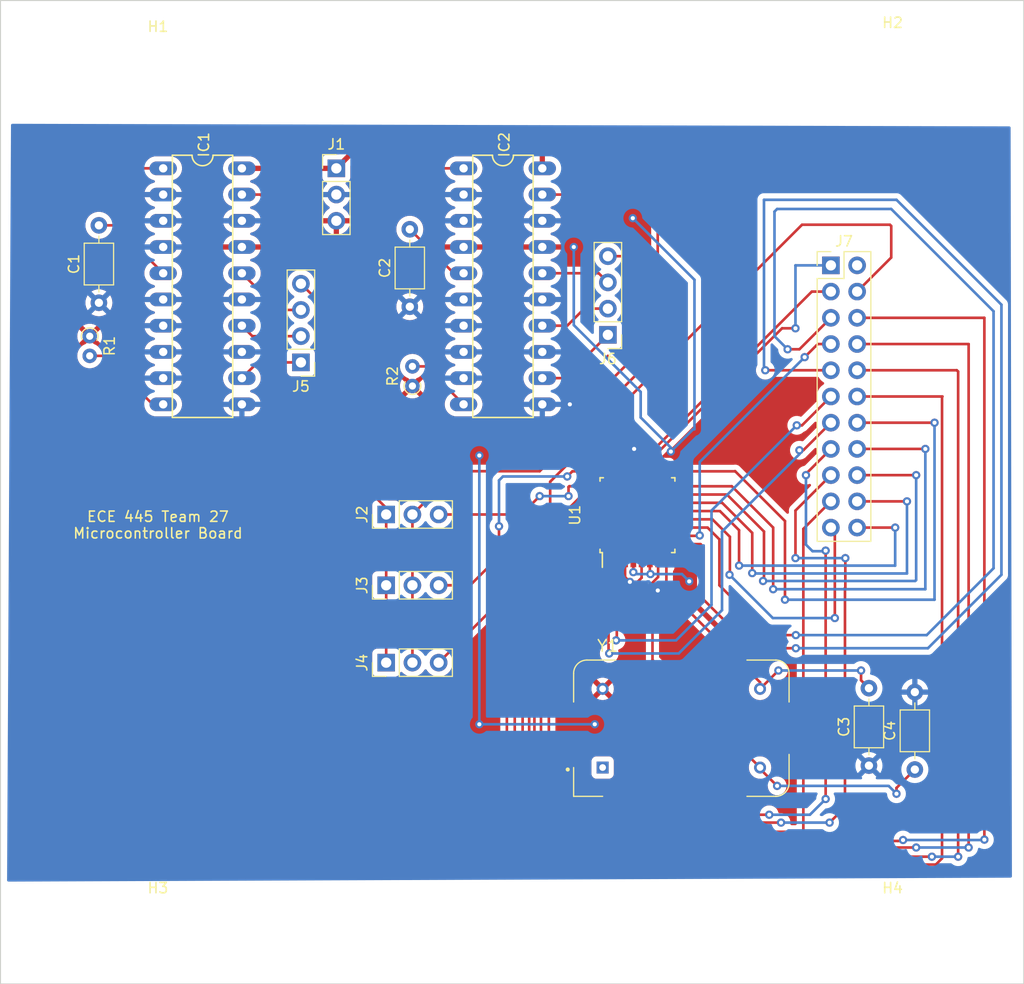
<source format=kicad_pcb>
(kicad_pcb (version 20211014) (generator pcbnew)
  (layers (0 "F.Cu" signal) (31 "B.Cu" signal) (34 "B.Paste" user) (35 "F.Paste" user) (36 "B.SilkS" user "B.Silkscreen") (37 "F.SilkS" user "F.Silkscreen") (38 "B.Mask" user) (39 "F.Mask" user) (44 "Edge.Cuts" user))
  (net 0 "")
  (net 1 "GND")
  (net 2 "Net-(C1-Pad2)")
  (net 3 "Net-(C2-Pad2)")
  (net 4 "Net-(C3-Pad2)")
  (net 5 "Net-(C4-Pad1)")
  (net 6 "Net-(IC1-Pad1)")
  (net 7 "Net-(IC1-Pad10)")
  (net 8 "Net-(IC1-Pad12)")
  (net 9 "Net-(IC1-Pad14)")
  (net 10 "Net-(IC1-Pad16)")
  (net 11 "+5V")
  (net 12 "Net-(IC1-Pad19)")
  (net 13 "-5V")
  (net 14 "Net-(IC2-Pad1)")
  (net 15 "Net-(IC2-Pad10)")
  (net 16 "Net-(IC2-Pad12)")
  (net 17 "Net-(IC2-Pad14)")
  (net 18 "Net-(IC2-Pad16)")
  (net 19 "Net-(IC2-Pad19)")
  (net 20 "Net-(J2-Pad3)")
  (net 21 "Net-(J3-Pad3)")
  (net 22 "Net-(J4-Pad3)")
  (net 23 "Net-(J7-Pad1)")
  (net 25 "Net-(J7-Pad3)")
  (net 26 "Net-(J7-Pad4)")
  (net 27 "Net-(J7-Pad5)")
  (net 28 "Net-(J7-Pad6)")
  (net 29 "Net-(J7-Pad7)")
  (net 30 "Net-(J7-Pad8)")
  (net 31 "Net-(J7-Pad9)")
  (net 32 "Net-(J7-Pad10)")
  (net 33 "Net-(J7-Pad11)")
  (net 34 "Net-(J7-Pad12)")
  (net 35 "Net-(J7-Pad13)")
  (net 36 "Net-(J7-Pad14)")
  (net 37 "Net-(J7-Pad15)")
  (net 38 "Net-(J7-Pad16)")
  (net 39 "Net-(J7-Pad17)")
  (net 40 "Net-(J7-Pad18)")
  (net 41 "Net-(J7-Pad19)")
  (net 42 "Net-(J7-Pad20)")
  (net 43 "Net-(J7-Pad21)")
  (net 44 "Net-(J7-Pad22)")
  (footprint "2.54_mm_headers:PinHeader_1x04_P2.54mm_Vertical" (layer "F.Cu") (at 151.511 67.945 180)
    (fp_text reference "J6")
    (fp_text value "Conn_01x04_Male")
  )
  (footprint "Capacitor_THT:C_Axial_L3.8mm_D2.6mm_P7.50mm_Horizontal" (layer "F.Cu") (at 102.235 64.837 90)
    (fp_text reference "C1")
    (fp_text value "3300pF")
  )
  (footprint "ECS-100AX-073:OSC_ECS-100AX-073" (layer "F.Cu") (at 158.623 106.045)
    (fp_text reference "Y1")
    (fp_text value "ECS-100AX-073")
  )
  (footprint "Resistor_THT:R_Axial_DIN0204_L3.6mm_D1.6mm_P1.90mm_Vertical" (layer "F.Cu") (at 132.588 72.898 90)
    (fp_text reference "R2")
    (fp_text value "49K")
  )
  (footprint "2.54_mm_headers:PinHeader_1x03_P2.54mm_Vertical" (layer "F.Cu") (at 130.048 85.344 90)
    (fp_text reference "J2")
    (fp_text value "Conn_01x03_Male")
  )
  (footprint "MountingHole:MountingHole_3.2mm_M3" (layer "F.Cu") (at 107.95 125.73)
    (fp_text reference "H3")
    (fp_text value "MountingHole")
  )
  (footprint "Resistor_THT:R_Axial_DIN0204_L3.6mm_D1.6mm_P1.90mm_Vertical" (layer "F.Cu") (at 101.346 68.077 -90)
    (fp_text reference "R1")
    (fp_text value "49K")
  )
  (footprint "MountingHole:MountingHole_3.2mm_M3" (layer "F.Cu") (at 179.07 125.73)
    (fp_text reference "H4")
    (fp_text value "MountingHole")
  )
  (footprint "MAX038:DIL20" (layer "F.Cu") (at 112.268 63.246 -90)
    (fp_text reference "IC1")
    (fp_text value "MAX038*")
  )
  (footprint "MAX038:DIL20" (layer "F.Cu") (at 141.351 63.246 -90)
    (fp_text reference "IC2")
    (fp_text value "MAX038*")
  )
  (footprint "MountingHole:MountingHole_3.2mm_M3" (layer "F.Cu") (at 107.95 42.291)
    (fp_text reference "H1")
    (fp_text value "MountingHole")
  )
  (footprint "2.54_mm_headers:PinHeader_1x04_P2.54mm_Vertical" (layer "F.Cu") (at 121.793 70.612 180)
    (fp_text reference "J5")
    (fp_text value "Conn_01x04_Male")
  )
  (footprint "Capacitor_THT:C_Axial_L3.8mm_D2.6mm_P7.50mm_Horizontal" (layer "F.Cu") (at 181.229 110.049 90)
    (fp_text reference "C4")
    (fp_text value "22pF")
  )
  (footprint "MountingHole:MountingHole_3.2mm_M3" (layer "F.Cu") (at 179.07 41.91)
    (fp_text reference "H2")
    (fp_text value "MountingHole")
  )
  (footprint "2.54_mm_headers:PinHeader_1x03_P2.54mm_Vertical" (layer "F.Cu") (at 130.048 92.202 90)
    (fp_text reference "J3")
    (fp_text value "Conn_01x03_Male")
  )
  (footprint "Package_QFP:TQFP-32_7x7mm_P0.8mm" (layer "F.Cu") (at 154.375 85.412 90)
    (fp_text reference "U1")
    (fp_text value "ATmega328P-A")
  )
  (footprint "Capacitor_THT:C_Axial_L3.8mm_D2.6mm_P7.50mm_Horizontal" (layer "F.Cu") (at 132.334 65.218 90)
    (fp_text reference "C2")
    (fp_text value "3300pF")
  )
  (footprint "2.54_mm_headers:PinHeader_2x11_P2.54mm_Vertical" (layer "F.Cu") (at 173.101 61.214)
    (fp_text reference "J7")
    (fp_text value "Conn_02x11_Odd_Even")
  )
  (footprint "Capacitor_THT:C_Axial_L3.8mm_D2.6mm_P7.50mm_Horizontal" (layer "F.Cu") (at 176.784 109.668 90)
    (fp_text reference "C3")
    (fp_text value "22pF")
  )
  (footprint "2.54_mm_headers:PinHeader_1x03_P2.54mm_Vertical" (layer "F.Cu") (at 130.048 99.695 90)
    (fp_text reference "J4")
    (fp_text value "Conn_01x03_Male")
  )
  (footprint "2.54_mm_headers:PinHeader_1x03_P2.54mm_Vertical" (layer "F.Cu") (at 125.222 51.816)
    (fp_text reference "J1")
    (fp_text value "Conn_01x03_Male")
  )
  (gr_rect (start 92.71 35.56) (end 191.77 130.81) (layer "Edge.Cuts") (width 0.1) (fill none))
  (gr_text "ECE 445 Team 27\nMicrocontroller Board" (at 107.95 86.36) (layer "F.SilkS") (effects (font (size 1 1))))
  (segment (start 151.638 70.104) (end 151.511 69.977) (width 0.254) (layer "F.Cu") (net 0))
  (segment (start 136.398 64.516) (end 137.541 64.516) (width 0.254) (layer "F.Cu") (net 1))
  (segment (start 153.640191 91.871524) (end 154.381476 91.871524) (width 0.254) (layer "F.Cu") (net 1))
  (segment (start 153.640191 91.871524) (end 153.175 91.406333) (width 0.254) (layer "F.Cu") (net 1))
  (segment (start 154.775 91.478) (end 154.775 89.662) (width 0.254) (layer "F.Cu") (net 1))
  (segment (start 154.051 81.086) (end 153.975 81.162) (width 0.254) (layer "F.Cu") (net 1))
  (segment (start 154.051 78.994) (end 154.051 81.086) (width 0.254) (layer "F.Cu") (net 1))
  (segment (start 154.381476 91.871524) (end 154.775 91.478) (width 0.254) (layer "F.Cu") (net 1))
  (segment (start 153.175 91.406333) (end 153.175 89.662) (width 0.254) (layer "F.Cu") (net 1))
  (segment (start 107.442 59.436) (end 108.458 59.436) (width 0.254) (layer "F.Cu") (net 1))
  (segment (start 145.161 74.676) (end 147.828 74.676) (width 0.254) (layer "F.Cu") (net 1))
  (via (at 147.828 74.676) (size 0.8) (drill 0.4) (layers "F.Cu" "B.Cu") (net 1))
  (via (at 154.051 78.994) (size 0.8) (drill 0.4) (layers "F.Cu" "B.Cu") (net 1))
  (via (at 153.640191 91.871524) (size 0.8) (drill 0.4) (layers "F.Cu" "B.Cu") (net 1))
  (via (at 156.342714 92.704286) (size 0.8) (drill 0.4) (layers "F.Cu" "B.Cu") (net 1))
  (segment (start 155.303627 91.871524) (end 155.331854 91.843297) (width 0.254) (layer "B.Cu") (net 1))
  (segment (start 152.146 78.994) (end 152.781 78.994) (width 0.254) (layer "B.Cu") (net 1))
  (segment (start 152.781 78.994) (end 154.051 78.994) (width 0.254) (layer "B.Cu") (net 1))
  (segment (start 155.481725 91.843297) (end 156.342714 92.704286) (width 0.254) (layer "B.Cu") (net 1))
  (segment (start 147.828 74.676) (end 152.146 78.994) (width 0.254) (layer "B.Cu") (net 1))
  (segment (start 155.331854 91.843297) (end 155.481725 91.843297) (width 0.254) (layer "B.Cu") (net 1))
  (segment (start 153.640191 91.871524) (end 155.303627 91.871524) (width 0.254) (layer "B.Cu") (net 1))
  (segment (start 103.819 57.337) (end 108.458 61.976) (width 0.25) (layer "F.Cu") (net 2))
  (segment (start 102.235 57.337) (end 103.819 57.337) (width 0.25) (layer "F.Cu") (net 2))
  (segment (start 136.592 61.976) (end 137.541 61.976) (width 0.25) (layer "F.Cu") (net 3))
  (segment (start 132.334 57.718) (end 136.592 61.976) (width 0.25) (layer "F.Cu") (net 3))
  (segment (start 157.175 92.532) (end 157.175 89.662) (width 0.254) (layer "F.Cu") (net 4))
  (segment (start 157.861 93.218) (end 157.175 92.532) (width 0.254) (layer "F.Cu") (net 4))
  (segment (start 166.243 101.6) (end 157.861 93.218) (width 0.254) (layer "F.Cu") (net 4))
  (segment (start 166.243 102.235) (end 166.243 101.6) (width 0.254) (layer "F.Cu") (net 4))
  (segment (start 176.022 100.457) (end 176.022 101.406) (width 0.254) (layer "F.Cu") (net 4))
  (segment (start 166.243 102.235) (end 168.021 100.457) (width 0.254) (layer "F.Cu") (net 4))
  (segment (start 176.022 101.406) (end 176.784 102.168) (width 0.254) (layer "F.Cu") (net 4))
  (via (at 176.022 100.457) (size 0.8) (drill 0.4) (layers "F.Cu" "B.Cu") (net 4))
  (via (at 168.021 100.457) (size 0.8) (drill 0.4) (layers "F.Cu" "B.Cu") (net 4))
  (segment (start 168.021 100.457) (end 176.022 100.457) (width 0.254) (layer "B.Cu") (net 4))
  (segment (start 166.243 109.982) (end 167.894 111.633) (width 0.254) (layer "F.Cu") (net 5))
  (segment (start 155.829 93.98) (end 155.829 99.441) (width 0.254) (layer "F.Cu") (net 5))
  (segment (start 156.375 91.402) (end 155.321 92.456) (width 0.254) (layer "F.Cu") (net 5))
  (segment (start 166.243 109.855) (end 166.243 109.982) (width 0.254) (layer "F.Cu") (net 5))
  (segment (start 156.375 89.662) (end 156.375 91.402) (width 0.254) (layer "F.Cu") (net 5))
  (segment (start 179.451 111.827) (end 181.229 110.049) (width 0.254) (layer "F.Cu") (net 5))
  (segment (start 155.321 93.472) (end 155.829 93.98) (width 0.254) (layer "F.Cu") (net 5))
  (segment (start 179.451 112.395) (end 179.451 111.827) (width 0.254) (layer "F.Cu") (net 5))
  (segment (start 155.829 99.441) (end 166.243 109.855) (width 0.254) (layer "F.Cu") (net 5))
  (segment (start 155.321 92.456) (end 155.321 93.472) (width 0.254) (layer "F.Cu") (net 5))
  (via (at 179.451 112.395) (size 0.8) (drill 0.4) (layers "F.Cu" "B.Cu") (net 5))
  (via (at 167.894 111.633) (size 0.8) (drill 0.4) (layers "F.Cu" "B.Cu") (net 5))
  (segment (start 167.894 111.633) (end 178.689 111.633) (width 0.254) (layer "B.Cu") (net 5))
  (segment (start 178.689 111.633) (end 179.451 112.395) (width 0.254) (layer "B.Cu") (net 5))
  (segment (start 104.267 51.816) (end 108.458 51.816) (width 0.254) (layer "F.Cu") (net 6))
  (segment (start 104.775 77.597) (end 96.647 69.469) (width 0.254) (layer "F.Cu") (net 6))
  (segment (start 96.647 59.436) (end 104.267 51.816) (width 0.254) (layer "F.Cu") (net 6))
  (segment (start 121.793 62.992) (end 124.333 65.532) (width 0.254) (layer "F.Cu") (net 6))
  (segment (start 124.333 65.532) (end 124.333 77.597) (width 0.254) (layer "F.Cu") (net 6))
  (segment (start 96.647 69.469) (end 96.647 59.436) (width 0.254) (layer "F.Cu") (net 6))
  (segment (start 124.333 77.597) (end 104.775 77.597) (width 0.254) (layer "F.Cu") (net 6))
  (segment (start 101.346 69.977) (end 102.743 69.977) (width 0.25) (layer "F.Cu") (net 7))
  (segment (start 108.061 74.676) (end 108.458 74.676) (width 0.254) (layer "F.Cu") (net 7))
  (segment (start 102.743 69.977) (end 107.442 74.676) (width 0.25) (layer "F.Cu") (net 7))
  (segment (start 107.442 74.676) (end 108.458 74.676) (width 0.25) (layer "F.Cu") (net 7))
  (segment (start 117.602 70.612) (end 116.078 72.136) (width 0.254) (layer "F.Cu") (net 8))
  (segment (start 121.793 70.612) (end 117.602 70.612) (width 0.254) (layer "F.Cu") (net 8))
  (segment (start 117.094 68.072) (end 116.078 67.056) (width 0.254) (layer "F.Cu") (net 9))
  (segment (start 121.793 68.072) (end 117.094 68.072) (width 0.254) (layer "F.Cu") (net 9))
  (segment (start 121.793 65.532) (end 119.634 65.532) (width 0.254) (layer "F.Cu") (net 10))
  (segment (start 119.634 65.532) (end 116.078 61.976) (width 0.254) (layer "F.Cu") (net 10))
  (segment (start 157.360978 79.248) (end 156.375 80.233978) (width 0.254) (layer "F.Cu") (net 11))
  (segment (start 145.161 59.436) (end 148.209 59.436) (width 0.254) (layer "F.Cu") (net 11))
  (segment (start 155.575 89.662) (end 155.575 91.059) (width 0.254) (layer "F.Cu") (net 11))
  (segment (start 153.975 89.662) (end 153.975 90.929766) (width 0.254) (layer "F.Cu") (net 11))
  (segment (start 155.575 91.059) (end 155.632786 91.116786) (width 0.254) (layer "F.Cu") (net 11))
  (segment (start 156.375 80.233978) (end 156.375 81.162) (width 0.254) (layer "F.Cu") (net 11))
  (segment (start 157.607 79.248) (end 157.360978 79.248) (width 0.254) (layer "F.Cu") (net 11))
  (via (at 148.209 59.436) (size 0.8) (drill 0.4) (layers "F.Cu" "B.Cu") (net 11))
  (via (at 159.385 91.821) (size 0.8) (drill 0.4) (layers "F.Cu" "B.Cu") (net 11))
  (via (at 139.065 105.664) (size 0.8) (drill 0.4) (layers "F.Cu" "B.Cu") (net 11))
  (via (at 150.241 105.664) (size 0.8) (drill 0.4) (layers "F.Cu" "B.Cu") (net 11))
  (via (at 139.065 79.629) (size 0.8) (drill 0.4) (layers "F.Cu" "B.Cu") (net 11))
  (via (at 153.924 56.642) (size 0.8) (drill 0.4) (layers "F.Cu" "B.Cu") (net 11))
  (via (at 155.632786 91.116786) (size 0.8) (drill 0.4) (layers "F.Cu" "B.Cu") (net 11))
  (via (at 157.607 79.248) (size 0.8) (drill 0.4) (layers "F.Cu" "B.Cu") (net 11))
  (via (at 153.975 90.929766) (size 0.8) (drill 0.4) (layers "F.Cu" "B.Cu") (net 11))
  (segment (start 159.893 62.611) (end 153.924 56.642) (width 0.254) (layer "B.Cu") (net 11))
  (segment (start 159.385 91.821) (end 158.680786 91.116786) (width 0.254) (layer "B.Cu") (net 11))
  (segment (start 148.209 66.996022) (end 148.209 59.436) (width 0.254) (layer "B.Cu") (net 11))
  (segment (start 139.065 105.664) (end 150.241 105.664) (width 0.254) (layer "B.Cu") (net 11))
  (segment (start 159.766 77.089) (end 157.607 79.248) (width 0.254) (layer "B.Cu") (net 11))
  (segment (start 157.607 78.867) (end 154.686 75.946) (width 0.254) (layer "B.Cu") (net 11))
  (segment (start 154.686 73.473022) (end 148.209 66.996022) (width 0.254) (layer "B.Cu") (net 11))
  (segment (start 155.632786 91.116786) (end 154.16202 91.116786) (width 0.254) (layer "B.Cu") (net 11))
  (segment (start 159.893 77.089) (end 159.893 62.611) (width 0.254) (layer "B.Cu") (net 11))
  (segment (start 158.680786 91.116786) (end 155.632786 91.116786) (width 0.254) (layer "B.Cu") (net 11))
  (segment (start 159.893 77.089) (end 159.766 77.089) (width 0.254) (layer "B.Cu") (net 11))
  (segment (start 154.16202 91.116786) (end 153.975 90.929766) (width 0.254) (layer "B.Cu") (net 11))
  (segment (start 139.065 105.664) (end 139.065 79.629) (width 0.254) (layer "B.Cu") (net 11))
  (segment (start 154.686 75.946) (end 154.686 73.473022) (width 0.254) (layer "B.Cu") (net 11))
  (segment (start 157.607 79.248) (end 157.607 78.867) (width 0.254) (layer "B.Cu") (net 11))
  (segment (start 127.254 81.915) (end 130.048 84.709) (width 0.254) (layer "F.Cu") (net 12))
  (segment (start 130.048 84.709) (end 130.048 85.344) (width 0.254) (layer "F.Cu") (net 12))
  (segment (start 116.078 54.356) (end 117.856 54.356) (width 0.254) (layer "F.Cu") (net 12))
  (segment (start 130.048 92.202) (end 130.048 99.695) (width 0.254) (layer "F.Cu") (net 12))
  (segment (start 117.856 54.356) (end 127.254 63.754) (width 0.254) (layer "F.Cu") (net 12))
  (segment (start 127.254 63.754) (end 127.254 81.915) (width 0.254) (layer "F.Cu") (net 12))
  (segment (start 130.048 85.344) (end 130.048 92.202) (width 0.254) (layer "F.Cu") (net 12))
  (segment (start 116.078 51.816) (end 125.222 51.816) (width 0.508) (layer "F.Cu") (net 13))
  (segment (start 145.161 48.895) (end 145.161 51.816) (width 0.508) (layer "F.Cu") (net 13))
  (segment (start 128.143 48.895) (end 145.161 48.895) (width 0.508) (layer "F.Cu") (net 13))
  (segment (start 125.222 51.816) (end 128.143 48.895) (width 0.508) (layer "F.Cu") (net 13))
  (segment (start 155.067 60.325) (end 151.511 60.325) (width 0.254) (layer "F.Cu") (net 14))
  (segment (start 129.413 75.692) (end 131.699 77.978) (width 0.254) (layer "F.Cu") (net 14))
  (segment (start 129.413 51.816) (end 129.413 75.692) (width 0.254) (layer "F.Cu") (net 14))
  (segment (start 137.541 51.816) (end 129.413 51.816) (width 0.254) (layer "F.Cu") (net 14))
  (segment (start 146.177 77.978) (end 155.067 69.088) (width 0.254) (layer "F.Cu") (net 14))
  (segment (start 131.699 77.978) (end 146.177 77.978) (width 0.254) (layer "F.Cu") (net 14))
  (segment (start 155.067 69.088) (end 155.067 60.325) (width 0.254) (layer "F.Cu") (net 14))
  (segment (start 133.863 70.998) (end 137.541 74.676) (width 0.25) (layer "F.Cu") (net 15))
  (segment (start 132.588 70.998) (end 133.863 70.998) (width 0.25) (layer "F.Cu") (net 15))
  (segment (start 147.32 72.136) (end 151.511 67.945) (width 0.254) (layer "F.Cu") (net 16))
  (segment (start 145.161 72.136) (end 147.32 72.136) (width 0.254) (layer "F.Cu") (net 16))
  (segment (start 147.574 67.056) (end 149.225 65.405) (width 0.254) (layer "F.Cu") (net 17))
  (segment (start 145.161 67.056) (end 147.574 67.056) (width 0.254) (layer "F.Cu") (net 17))
  (segment (start 149.225 65.405) (end 151.511 65.405) (width 0.254) (layer "F.Cu") (net 17))
  (segment (start 145.161 61.976) (end 150.622 61.976) (width 0.254) (layer "F.Cu") (net 18))
  (segment (start 150.622 61.976) (end 151.511 62.865) (width 0.254) (layer "F.Cu") (net 18))
  (segment (start 156.337 54.356) (end 156.337 69.723) (width 0.254) (layer "F.Cu") (net 19))
  (segment (start 136.779 81.153) (end 132.588 85.344) (width 0.254) (layer "F.Cu") (net 19))
  (segment (start 132.588 92.202) (end 132.588 99.695) (width 0.254) (layer "F.Cu") (net 19))
  (segment (start 144.907 81.153) (end 136.779 81.153) (width 0.254) (layer "F.Cu") (net 19))
  (segment (start 145.161 54.356) (end 156.337 54.356) (width 0.254) (layer "F.Cu") (net 19))
  (segment (start 156.337 69.723) (end 144.907 81.153) (width 0.254) (layer "F.Cu") (net 19))
  (segment (start 132.588 85.344) (end 132.588 92.202) (width 0.254) (layer "F.Cu") (net 19))
  (segment (start 135.128 85.344) (end 143.129 85.344) (width 0.254) (layer "F.Cu") (net 20))
  (segment (start 147.701 82.677) (end 147.766 82.612) (width 0.254) (layer "F.Cu") (net 20))
  (segment (start 147.701 83.566) (end 147.701 82.677) (width 0.254) (layer "F.Cu") (net 20))
  (segment (start 143.129 85.344) (end 144.907 83.566) (width 0.254) (layer "F.Cu") (net 20))
  (segment (start 147.766 82.612) (end 150.125 82.612) (width 0.254) (layer "F.Cu") (net 20))
  (via (at 144.907 83.566) (size 0.8) (drill 0.4) (layers "F.Cu" "B.Cu") (net 20))
  (via (at 147.701 83.566) (size 0.8) (drill 0.4) (layers "F.Cu" "B.Cu") (net 20))
  (segment (start 144.907 83.566) (end 147.701 83.566) (width 0.254) (layer "B.Cu") (net 20))
  (segment (start 147.574 81.661) (end 148.073 81.162) (width 0.254) (layer "F.Cu") (net 21))
  (segment (start 140.97 89.408) (end 138.176 92.202) (width 0.254) (layer "F.Cu") (net 21))
  (segment (start 140.97 86.487) (end 140.97 89.408) (width 0.254) (layer "F.Cu") (net 21))
  (segment (start 148.073 81.162) (end 151.575 81.162) (width 0.254) (layer "F.Cu") (net 21))
  (segment (start 138.176 92.202) (end 135.128 92.202) (width 0.254) (layer "F.Cu") (net 21))
  (via (at 140.97 86.487) (size 0.8) (drill 0.4) (layers "F.Cu" "B.Cu") (net 21))
  (via (at 147.574 81.661) (size 0.8) (drill 0.4) (layers "F.Cu" "B.Cu") (net 21))
  (segment (start 140.97 86.487) (end 140.97 82.042) (width 0.254) (layer "B.Cu") (net 21))
  (segment (start 140.97 82.042) (end 141.351 81.661) (width 0.254) (layer "B.Cu") (net 21))
  (segment (start 141.351 81.661) (end 147.574 81.661) (width 0.254) (layer "B.Cu") (net 21))
  (segment (start 135.128 99.695) (end 142.3035 92.5195) (width 0.254) (layer "F.Cu") (net 22))
  (segment (start 152.019 79.629) (end 152.375 79.985) (width 0.254) (layer "F.Cu") (net 22))
  (segment (start 148.463 79.629) (end 152.019 79.629) (width 0.254) (layer "F.Cu") (net 22))
  (segment (start 142.367 86.36) (end 142.3035 86.4235) (width 0.254) (layer "F.Cu") (net 22))
  (segment (start 144.653 86.36) (end 142.367 86.36) (width 0.254) (layer "F.Cu") (net 22))
  (segment (start 142.3035 86.4235) (end 142.3035 92.5195) (width 0.254) (layer "F.Cu") (net 22))
  (segment (start 145.923 82.169) (end 148.463 79.629) (width 0.254) (layer "F.Cu") (net 22))
  (segment (start 145.923 82.169) (end 145.923 85.09) (width 0.254) (layer "F.Cu") (net 22))
  (segment (start 145.923 85.09) (end 144.653 86.36) (width 0.254) (layer "F.Cu") (net 22))
  (segment (start 152.375 79.985) (end 152.375 81.162) (width 0.254) (layer "F.Cu") (net 22))
  (segment (start 155.575 81.162) (end 155.575 80.108) (width 0.254) (layer "F.Cu") (net 23))
  (segment (start 168.373 67.31) (end 169.672 67.31) (width 0.254) (layer "F.Cu") (net 23))
  (segment (start 155.575 80.108) (end 168.373 67.31) (width 0.254) (layer "F.Cu") (net 23))
  (via (at 169.672 67.31) (size 0.8) (drill 0.4) (layers "F.Cu" "B.Cu") (net 23))
  (segment (start 169.672 67.31) (end 169.672 61.214) (width 0.254) (layer "B.Cu") (net 23))
  (segment (start 169.672 61.214) (end 173.101 61.214) (width 0.254) (layer "B.Cu") (net 23))
  (segment (start 154.775 81.162) (end 154.775 80.233978) (width 0.254) (layer "F.Cu") (net 25))
  (segment (start 154.775 80.233978) (end 171.254978 63.754) (width 0.254) (layer "F.Cu") (net 25))
  (segment (start 171.254978 63.754) (end 173.101 63.754) (width 0.254) (layer "F.Cu") (net 25))
  (segment (start 153.175 74.409) (end 170.307 57.277) (width 0.254) (layer "F.Cu") (net 26))
  (segment (start 170.307 57.277) (end 178.816 57.277) (width 0.254) (layer "F.Cu") (net 26))
  (segment (start 178.816 57.277) (end 178.943 57.404) (width 0.254) (layer "F.Cu") (net 26))
  (segment (start 178.943 57.404) (end 178.943 60.452) (width 0.254) (layer "F.Cu") (net 26))
  (segment (start 178.943 60.452) (end 175.641 63.754) (width 0.254) (layer "F.Cu") (net 26))
  (segment (start 153.175 81.162) (end 153.175 74.409) (width 0.254) (layer "F.Cu") (net 26))
  (segment (start 167.132 97.028) (end 169.7075 97.028) (width 0.254) (layer "F.Cu") (net 27))
  (segment (start 158.625 86.612) (end 161.161 86.612) (width 0.254) (layer "F.Cu") (net 27))
  (segment (start 162.306 87.757) (end 162.306 92.202) (width 0.254) (layer "F.Cu") (net 27))
  (segment (start 170.053 69.342) (end 173.101 66.294) (width 0.254) (layer "F.Cu") (net 27))
  (segment (start 161.161 86.612) (end 162.306 87.757) (width 0.254) (layer "F.Cu") (net 27))
  (segment (start 162.306 92.202) (end 167.132 97.028) (width 0.254) (layer "F.Cu") (net 27))
  (segment (start 168.91 69.342) (end 170.053 69.342) (width 0.254) (layer "F.Cu") (net 27))
  (via (at 169.7075 97.028) (size 0.8) (drill 0.4) (layers "F.Cu" "B.Cu") (net 27))
  (via (at 168.91 69.342) (size 0.8) (drill 0.4) (layers "F.Cu" "B.Cu") (net 27))
  (segment (start 178.943 55.753) (end 167.894 55.753) (width 0.254) (layer "B.Cu") (net 27))
  (segment (start 188.849 90.551) (end 188.849 65.659) (width 0.254) (layer "B.Cu") (net 27))
  (segment (start 167.894 55.753) (end 167.64 56.007) (width 0.254) (layer "B.Cu") (net 27))
  (segment (start 167.64 56.007) (end 167.64 68.072) (width 0.254) (layer "B.Cu") (net 27))
  (segment (start 188.849 65.659) (end 178.943 55.753) (width 0.254) (layer "B.Cu") (net 27))
  (segment (start 169.7075 97.028) (end 182.372 97.028) (width 0.254) (layer "B.Cu") (net 27))
  (segment (start 182.372 97.028) (end 188.849 90.551) (width 0.254) (layer "B.Cu") (net 27))
  (segment (start 167.64 68.072) (end 168.91 69.342) (width 0.254) (layer "B.Cu") (net 27))
  (segment (start 187.96 116.84) (end 187.96 66.294) (width 0.254) (layer "F.Cu") (net 28))
  (segment (start 150.125 85.812) (end 149.011 85.812) (width 0.254) (layer "F.Cu") (net 28))
  (segment (start 144.272 93.98) (end 143.891 94.361) (width 0.254) (layer "F.Cu") (net 28))
  (segment (start 187.96 66.294) (end 175.641 66.294) (width 0.254) (layer "F.Cu") (net 28))
  (segment (start 149.011 85.812) (end 144.272 90.551) (width 0.254) (layer "F.Cu") (net 28))
  (segment (start 143.891 94.361) (end 143.891 114.173) (width 0.254) (layer "F.Cu") (net 28))
  (segment (start 143.891 114.173) (end 143.891 114.3) (width 0.254) (layer "F.Cu") (net 28))
  (segment (start 143.891 114.3) (end 146.558 116.967) (width 0.254) (layer "F.Cu") (net 28))
  (segment (start 146.558 116.967) (end 179.578 116.967) (width 0.254) (layer "F.Cu") (net 28))
  (segment (start 144.272 90.551) (end 144.272 93.98) (width 0.254) (layer "F.Cu") (net 28))
  (segment (start 179.9945 116.967) (end 180.086 116.8755) (width 0.254) (layer "F.Cu") (net 28))
  (segment (start 179.578 116.967) (end 179.9945 116.967) (width 0.254) (layer "F.Cu") (net 28))
  (via (at 187.96 116.84) (size 0.8) (drill 0.4) (layers "F.Cu" "B.Cu") (net 28))
  (via (at 180.086 116.8755) (size 0.8) (drill 0.4) (layers "F.Cu" "B.Cu") (net 28))
  (segment (start 187.9245 116.8755) (end 187.96 116.84) (width 0.254) (layer "B.Cu") (net 28))
  (segment (start 180.086 116.8755) (end 187.9245 116.8755) (width 0.254) (layer "B.Cu") (net 28))
  (segment (start 171.831 68.834) (end 173.101 68.834) (width 0.254) (layer "F.Cu") (net 29))
  (segment (start 160.365 87.412) (end 160.401 87.376) (width 0.254) (layer "F.Cu") (net 29))
  (segment (start 170.561 70.104) (end 171.831 68.834) (width 0.254) (layer "F.Cu") (net 29))
  (segment (start 158.625 87.412) (end 160.365 87.412) (width 0.254) (layer "F.Cu") (net 29))
  (via (at 170.561 70.104) (size 0.8) (drill 0.4) (layers "F.Cu" "B.Cu") (net 29))
  (via (at 160.401 87.376) (size 0.8) (drill 0.4) (layers "F.Cu" "B.Cu") (net 29))
  (segment (start 160.401 87.376) (end 160.401 80.264) (width 0.254) (layer "B.Cu") (net 29))
  (segment (start 160.401 80.264) (end 170.561 70.104) (width 0.254) (layer "B.Cu") (net 29))
  (segment (start 143.256 94.107) (end 143.256 114.554) (width 0.254) (layer "F.Cu") (net 30))
  (segment (start 186.436 68.834) (end 175.641 68.834) (width 0.254) (layer "F.Cu") (net 30))
  (segment (start 146.304 117.602) (end 181.356 117.602) (width 0.254) (layer "F.Cu") (net 30))
  (segment (start 143.256 114.554) (end 146.304 117.602) (width 0.254) (layer "F.Cu") (net 30))
  (segment (start 143.66406 90.260314) (end 143.66406 93.69894) (width 0.254) (layer "F.Cu") (net 30))
  (segment (start 143.66406 93.69894) (end 143.256 94.107) (width 0.254) (layer "F.Cu") (net 30))
  (segment (start 150.125 85.012) (end 148.912374 85.012) (width 0.254) (layer "F.Cu") (net 30))
  (segment (start 186.436 117.602) (end 186.436 68.834) (width 0.254) (layer "F.Cu") (net 30))
  (segment (start 148.912374 85.012) (end 143.66406 90.260314) (width 0.254) (layer "F.Cu") (net 30))
  (via (at 186.436 117.602) (size 0.8) (drill 0.4) (layers "F.Cu" "B.Cu") (net 30))
  (via (at 181.356 117.602) (size 0.8) (drill 0.4) (layers "F.Cu" "B.Cu") (net 30))
  (segment (start 181.356 117.602) (end 186.436 117.602) (width 0.254) (layer "B.Cu") (net 30))
  (segment (start 165.481 98.298) (end 169.7075 98.298) (width 0.254) (layer "F.Cu") (net 31))
  (segment (start 166.751 71.374) (end 173.101 71.374) (width 0.254) (layer "F.Cu") (net 31))
  (segment (start 160.475 88.212) (end 160.528 88.265) (width 0.254) (layer "F.Cu") (net 31))
  (segment (start 158.625 88.212) (end 160.475 88.212) (width 0.254) (layer "F.Cu") (net 31))
  (segment (start 160.782 88.519) (end 160.782 93.599) (width 0.254) (layer "F.Cu") (net 31))
  (segment (start 160.528 88.265) (end 160.782 88.519) (width 0.254) (layer "F.Cu") (net 31))
  (segment (start 160.782 93.599) (end 165.481 98.298) (width 0.254) (layer "F.Cu") (net 31))
  (via (at 169.7075 98.298) (size 0.8) (drill 0.4) (layers "F.Cu" "B.Cu") (net 31))
  (via (at 166.751 71.374) (size 0.8) (drill 0.4) (layers "F.Cu" "B.Cu") (net 31))
  (segment (start 179.451 54.864) (end 166.624 54.864) (width 0.254) (layer "B.Cu") (net 31))
  (segment (start 182.499 98.298) (end 189.611 91.186) (width 0.254) (layer "B.Cu") (net 31))
  (segment (start 189.611 91.186) (end 189.611 65.024) (width 0.254) (layer "B.Cu") (net 31))
  (segment (start 166.624 54.864) (end 166.624 71.247) (width 0.254) (layer "B.Cu") (net 31))
  (segment (start 166.624 71.247) (end 166.751 71.374) (width 0.254) (layer "B.Cu") (net 31))
  (segment (start 169.7075 98.298) (end 182.499 98.298) (width 0.254) (layer "B.Cu") (net 31))
  (segment (start 189.611 65.024) (end 179.451 54.864) (width 0.254) (layer "B.Cu") (net 31))
  (segment (start 149.071 84.212) (end 150.125 84.212) (width 0.254) (layer "F.Cu") (net 32))
  (segment (start 143.21054 93.13646) (end 143.21054 90.07246) (width 0.254) (layer "F.Cu") (net 32))
  (segment (start 146.05 118.491) (end 142.494 114.935) (width 0.254) (layer "F.Cu") (net 32))
  (segment (start 185.293 71.374) (end 175.641 71.374) (width 0.254) (layer "F.Cu") (net 32))
  (segment (start 182.88 118.491) (end 146.05 118.491) (width 0.254) (layer "F.Cu") (net 32))
  (segment (start 143.21054 90.07246) (end 149.071 84.212) (width 0.254) (layer "F.Cu") (net 32))
  (segment (start 185.42 118.491) (end 185.42 71.501) (width 0.254) (layer "F.Cu") (net 32))
  (segment (start 142.494 93.853) (end 143.21054 93.13646) (width 0.254) (layer "F.Cu") (net 32))
  (segment (start 185.42 71.501) (end 185.293 71.374) (width 0.254) (layer "F.Cu") (net 32))
  (segment (start 142.494 114.935) (end 142.494 93.853) (width 0.254) (layer "F.Cu") (net 32))
  (via (at 185.42 118.491) (size 0.8) (drill 0.4) (layers "F.Cu" "B.Cu") (net 32))
  (via (at 182.88 118.491) (size 0.8) (drill 0.4) (layers "F.Cu" "B.Cu") (net 32))
  (segment (start 182.88 118.491) (end 185.42 118.491) (width 0.254) (layer "B.Cu") (net 32))
  (segment (start 170.307 76.708) (end 173.101 73.914) (width 0.254) (layer "F.Cu") (net 33))
  (segment (start 169.799 76.708) (end 170.307 76.708) (width 0.254) (layer "F.Cu") (net 33))
  (segment (start 152.375 97.4625) (end 152.3015 97.536) (width 0.254) (layer "F.Cu") (net 33))
  (segment (start 152.375 89.662) (end 152.375 97.4625) (width 0.254) (layer "F.Cu") (net 33))
  (via (at 152.3015 97.536) (size 0.8) (drill 0.4) (layers "F.Cu" "B.Cu") (net 33))
  (via (at 169.799 76.708) (size 0.8) (drill 0.4) (layers "F.Cu" "B.Cu") (net 33))
  (segment (start 158.115 97.536) (end 161.544 94.107) (width 0.254) (layer "B.Cu") (net 33))
  (segment (start 152.3015 97.536) (end 158.115 97.536) (width 0.254) (layer "B.Cu") (net 33))
  (segment (start 161.544 85.725) (end 161.544 84.963) (width 0.254) (layer "B.Cu") (net 33))
  (segment (start 161.544 94.107) (end 161.544 85.725) (width 0.254) (layer "B.Cu") (net 33))
  (segment (start 161.544 84.963) (end 169.799 76.708) (width 0.254) (layer "B.Cu") (net 33))
  (segment (start 150.125 83.412) (end 149.071 83.412) (width 0.254) (layer "F.Cu") (net 34))
  (segment (start 149.071 83.412) (end 142.75702 89.72598) (width 0.254) (layer "F.Cu") (net 34))
  (segment (start 183.896 73.914) (end 175.641 73.914) (width 0.254) (layer "F.Cu") (net 34))
  (segment (start 183.261 119.253) (end 183.860511 118.653489) (width 0.254) (layer "F.Cu") (net 34))
  (segment (start 183.860511 73.949489) (end 183.896 73.914) (width 0.254) (layer "F.Cu") (net 34))
  (segment (start 183.860511 118.653489) (end 183.860511 73.949489) (width 0.254) (layer "F.Cu") (net 34))
  (segment (start 142.75702 89.72598) (end 142.75702 92.707354) (width 0.254) (layer "F.Cu") (net 34))
  (segment (start 141.732 115.57) (end 145.415 119.253) (width 0.254) (layer "F.Cu") (net 34))
  (segment (start 145.415 119.253) (end 183.261 119.253) (width 0.254) (layer "F.Cu") (net 34))
  (segment (start 142.75702 92.707354) (end 141.732 93.732374) (width 0.254) (layer "F.Cu") (net 34))
  (segment (start 141.732 93.732374) (end 141.732 115.57) (width 0.254) (layer "F.Cu") (net 34))
  (segment (start 170.053 79.121) (end 170.434 79.121) (width 0.254) (layer "F.Cu") (net 35))
  (segment (start 170.434 79.121) (end 173.101 76.454) (width 0.254) (layer "F.Cu") (net 35))
  (segment (start 151.575 89.662) (end 151.575 98.743) (width 0.254) (layer "F.Cu") (net 35))
  (segment (start 151.575 98.743) (end 151.638 98.806) (width 0.254) (layer "F.Cu") (net 35))
  (via (at 170.053 79.121) (size 0.8) (drill 0.4) (layers "F.Cu" "B.Cu") (net 35))
  (via (at 151.638 98.806) (size 0.8) (drill 0.4) (layers "F.Cu" "B.Cu") (net 35))
  (segment (start 158.369 98.806) (end 162.56 94.615) (width 0.254) (layer "B.Cu") (net 35))
  (segment (start 162.56 86.995) (end 170.053 79.502) (width 0.254) (layer "B.Cu") (net 35))
  (segment (start 162.56 94.615) (end 162.56 86.995) (width 0.254) (layer "B.Cu") (net 35))
  (segment (start 170.053 79.502) (end 170.053 79.121) (width 0.254) (layer "B.Cu") (net 35))
  (segment (start 151.638 98.806) (end 158.369 98.806) (width 0.254) (layer "B.Cu") (net 35))
  (segment (start 163.83 81.153) (end 163.821 81.162) (width 0.254) (layer "F.Cu") (net 36))
  (segment (start 175.641 76.454) (end 183.134 76.454) (width 0.254) (layer "F.Cu") (net 36))
  (segment (start 163.821 81.162) (end 157.175 81.162) (width 0.254) (layer "F.Cu") (net 36))
  (segment (start 168.656 85.979) (end 163.83 81.153) (width 0.254) (layer "F.Cu") (net 36))
  (segment (start 168.656 93.599) (end 168.656 85.979) (width 0.254) (layer "F.Cu") (net 36))
  (via (at 183.134 76.454) (size 0.8) (drill 0.4) (layers "F.Cu" "B.Cu") (net 36))
  (via (at 168.656 93.599) (size 0.8) (drill 0.4) (layers "F.Cu" "B.Cu") (net 36))
  (segment (start 183.134 76.454) (end 183.134 93.599) (width 0.254) (layer "B.Cu") (net 36))
  (segment (start 183.134 93.599) (end 168.656 93.599) (width 0.254) (layer "B.Cu") (net 36))
  (segment (start 146.304 92.033) (end 146.304 92.202) (width 0.254) (layer "F.Cu") (net 37))
  (segment (start 146.304 92.202) (end 146.304 94.488) (width 0.254) (layer "F.Cu") (net 37))
  (segment (start 146.304 94.615) (end 145.796 95.123) (width 0.254) (layer "F.Cu") (net 37))
  (segment (start 150.125 88.212) (end 146.304 92.033) (width 0.254) (layer "F.Cu") (net 37))
  (segment (start 172.593 112.903) (end 172.593 88.844) (width 0.254) (layer "F.Cu") (net 37))
  (segment (start 145.796 112.776) (end 147.447 114.427) (width 0.254) (layer "F.Cu") (net 37))
  (segment (start 170.688 81.407) (end 173.101 78.994) (width 0.254) (layer "F.Cu") (net 37))
  (segment (start 145.796 95.123) (end 145.796 112.776) (width 0.254) (layer "F.Cu") (net 37))
  (segment (start 146.304 94.488) (end 146.304 94.615) (width 0.254) (layer "F.Cu") (net 37))
  (segment (start 170.688 81.534) (end 170.688 81.407) (width 0.254) (layer "F.Cu") (net 37))
  (segment (start 147.447 114.427) (end 167.132 114.427) (width 0.254) (layer "F.Cu") (net 37))
  (via (at 167.132 114.427) (size 0.8) (drill 0.4) (layers "F.Cu" "B.Cu") (net 37))
  (via (at 170.688 81.534) (size 0.8) (drill 0.4) (layers "F.Cu" "B.Cu") (net 37))
  (via (at 172.593 112.903) (size 0.8) (drill 0.4) (layers "F.Cu" "B.Cu") (net 37))
  (via (at 172.593 88.844) (size 0.8) (drill 0.4) (layers "F.Cu" "B.Cu") (net 37))
  (segment (start 171.069 114.427) (end 172.593 112.903) (width 0.254) (layer "B.Cu") (net 37))
  (segment (start 167.132 114.427) (end 171.069 114.427) (width 0.254) (layer "B.Cu") (net 37))
  (segment (start 170.688 88.265) (end 170.688 81.534) (width 0.254) (layer "B.Cu") (net 37))
  (segment (start 172.537 88.9) (end 171.323 88.9) (width 0.254) (layer "B.Cu") (net 37))
  (segment (start 171.323 88.9) (end 170.688 88.265) (width 0.254) (layer "B.Cu") (net 37))
  (segment (start 172.593 88.844) (end 172.537 88.9) (width 0.254) (layer "B.Cu") (net 37))
  (segment (start 167.513 86.614) (end 163.511 82.612) (width 0.254) (layer "F.Cu") (net 38))
  (segment (start 175.641 78.994) (end 182.245 78.994) (width 0.254) (layer "F.Cu") (net 38))
  (segment (start 163.511 82.612) (end 158.625 82.612) (width 0.254) (layer "F.Cu") (net 38))
  (segment (start 167.513 92.583) (end 167.513 86.614) (width 0.254) (layer "F.Cu") (net 38))
  (via (at 167.513 92.583) (size 0.8) (drill 0.4) (layers "F.Cu" "B.Cu") (net 38))
  (via (at 182.245 78.994) (size 0.8) (drill 0.4) (layers "F.Cu" "B.Cu") (net 38))
  (segment (start 182.245 92.583) (end 167.513 92.583) (width 0.254) (layer "B.Cu") (net 38))
  (segment (start 167.513 92.583) (end 167.259 92.583) (width 0.254) (layer "B.Cu") (net 38))
  (segment (start 182.245 92.583) (end 182.245 78.994) (width 0.254) (layer "B.Cu") (net 38))
  (segment (start 145.669 90.939978) (end 145.669 94.361) (width 0.254) (layer "F.Cu") (net 39))
  (segment (start 145.034 94.996) (end 145.034 113.284) (width 0.254) (layer "F.Cu") (net 39))
  (segment (start 146.939 115.189) (end 168.275 115.189) (width 0.254) (layer "F.Cu") (net 39))
  (segment (start 169.672 84.963) (end 173.101 81.534) (width 0.254) (layer "F.Cu") (net 39))
  (segment (start 145.669 94.361) (end 145.034 94.996) (width 0.254) (layer "F.Cu") (net 39))
  (segment (start 145.034 113.284) (end 146.939 115.189) (width 0.254) (layer "F.Cu") (net 39))
  (segment (start 174.464489 113.698511) (end 172.974 115.189) (width 0.254) (layer "F.Cu") (net 39))
  (segment (start 174.498 92.424478) (end 174.464489 92.457989) (width 0.254) (layer "F.Cu") (net 39))
  (segment (start 169.672 89.5705) (end 169.672 84.963) (width 0.254) (layer "F.Cu") (net 39))
  (segment (start 174.464489 92.457989) (end 174.464489 113.698511) (width 0.254) (layer "F.Cu") (net 39))
  (segment (start 150.125 87.412) (end 149.196978 87.412) (width 0.254) (layer "F.Cu") (net 39))
  (segment (start 149.196978 87.412) (end 145.669 90.939978) (width 0.254) (layer "F.Cu") (net 39))
  (segment (start 174.498 89.5705) (end 174.498 92.424478) (width 0.254) (layer "F.Cu") (net 39))
  (via (at 169.672 89.5705) (size 0.8) (drill 0.4) (layers "F.Cu" "B.Cu") (net 39))
  (via (at 174.498 89.5705) (size 0.8) (drill 0.4) (layers "F.Cu" "B.Cu") (net 39))
  (via (at 172.974 115.189) (size 0.8) (drill 0.4) (layers "F.Cu" "B.Cu") (net 39))
  (via (at 168.275 115.189) (size 0.8) (drill 0.4) (layers "F.Cu" "B.Cu") (net 39))
  (segment (start 168.275 115.189) (end 172.974 115.189) (width 0.254) (layer "B.Cu") (net 39))
  (segment (start 174.498 89.5705) (end 169.672 89.5705) (width 0.254) (layer "B.Cu") (net 39))
  (segment (start 163.041 83.412) (end 158.625 83.412) (width 0.254) (layer "F.Cu") (net 40))
  (segment (start 175.641 81.534) (end 181.356 81.534) (width 0.254) (layer "F.Cu") (net 40))
  (segment (start 166.624 91.694) (end 166.624 86.995) (width 0.254) (layer "F.Cu") (net 40))
  (segment (start 166.624 86.995) (end 163.041 83.412) (width 0.254) (layer "F.Cu") (net 40))
  (segment (start 166.532489 91.785511) (end 166.624 91.694) (width 0.254) (layer "F.Cu") (net 40))
  (via (at 166.532489 91.785511) (size 0.8) (drill 0.4) (layers "F.Cu" "B.Cu") (net 40))
  (via (at 181.356 81.534) (size 0.8) (drill 0.4) (layers "F.Cu" "B.Cu") (net 40))
  (segment (start 166.532489 91.785511) (end 166.405489 91.785511) (width 0.254) (layer "B.Cu") (net 40))
  (segment (start 181.356 91.694) (end 181.264489 91.785511) (width 0.254) (layer "B.Cu") (net 40))
  (segment (start 181.356 81.534) (end 181.356 91.694) (width 0.254) (layer "B.Cu") (net 40))
  (segment (start 181.264489 91.785511) (end 166.532489 91.785511) (width 0.254) (layer "B.Cu") (net 40))
  (segment (start 144.399 113.792) (end 146.685 116.078) (width 0.254) (layer "F.Cu") (net 41))
  (segment (start 170.434 116.078) (end 170.434 86.741) (width 0.254) (layer "F.Cu") (net 41))
  (segment (start 148.852374 86.612) (end 144.907 90.557374) (width 0.254) (layer "F.Cu") (net 41))
  (segment (start 144.907 94.107) (end 144.399 94.615) (width 0.254) (layer "F.Cu") (net 41))
  (segment (start 144.907 90.557374) (end 144.907 94.107) (width 0.254) (layer "F.Cu") (net 41))
  (segment (start 170.434 86.741) (end 173.101 84.074) (width 0.254) (layer "F.Cu") (net 41))
  (segment (start 150.125 86.612) (end 148.852374 86.612) (width 0.254) (layer "F.Cu") (net 41))
  (segment (start 144.399 94.615) (end 144.399 113.792) (width 0.254) (layer "F.Cu") (net 41))
  (segment (start 146.685 116.078) (end 170.434 116.078) (width 0.254) (layer "F.Cu") (net 41))
  (segment (start 162.549 84.212) (end 158.625 84.212) (width 0.254) (layer "F.Cu") (net 42))
  (segment (start 162.56 84.201) (end 162.549 84.212) (width 0.254) (layer "F.Cu") (net 42))
  (segment (start 175.641 84.074) (end 180.467 84.074) (width 0.254) (layer "F.Cu") (net 42))
  (segment (start 165.485983 87.126983) (end 162.56 84.201) (width 0.254) (layer "F.Cu") (net 42))
  (segment (start 165.485983 91.0235) (end 165.485983 87.126983) (width 0.254) (layer "F.Cu") (net 42))
  (via (at 165.485983 91.0235) (size 0.8) (drill 0.4) (layers "F.Cu" "B.Cu") (net 42))
  (via (at 180.467 84.074) (size 0.8) (drill 0.4) (layers "F.Cu" "B.Cu") (net 42))
  (segment (start 180.467 91.059) (end 165.521483 91.059) (width 0.254) (layer "B.Cu") (net 42))
  (segment (start 165.521483 91.059) (end 165.485983 91.0235) (width 0.254) (layer "B.Cu") (net 42))
  (segment (start 180.467 84.074) (end 180.467 91.059) (width 0.254) (layer "B.Cu") (net 42))
  (segment (start 163.322 91.1505) (end 163.322 87.503) (width 0.254) (layer "F.Cu") (net 43))
  (segment (start 163.322 87.503) (end 161.631 85.812) (width 0.254) (layer "F.Cu") (net 43))
  (segment (start 173.482 86.995) (end 173.101 86.614) (width 0.254) (layer "F.Cu") (net 43))
  (segment (start 161.631 85.812) (end 158.625 85.812) (width 0.254) (layer "F.Cu") (net 43))
  (segment (start 173.482 95.377) (end 173.482 86.995) (width 0.254) (layer "F.Cu") (net 43))
  (segment (start 163.2865 91.186) (end 163.322 91.1505) (width 0.254) (layer "F.Cu") (net 43))
  (via (at 173.482 95.377) (size 0.8) (drill 0.4) (layers "F.Cu" "B.Cu") (net 43))
  (via (at 163.2865 91.186) (size 0.8) (drill 0.4) (layers "F.Cu" "B.Cu") (net 43))
  (segment (start 173.482 95.377) (end 167.4775 95.377) (width 0.254) (layer "B.Cu") (net 43))
  (segment (start 167.4775 95.377) (end 163.2865 91.186) (width 0.254) (layer "B.Cu") (net 43))
  (segment (start 164.211 90.297) (end 164.211 86.868) (width 0.254) (layer "F.Cu") (net 44))
  (segment (start 175.641 86.614) (end 179.324 86.614) (width 0.254) (layer "F.Cu") (net 44))
  (segment (start 162.355 85.012) (end 158.625 85.012) (width 0.254) (layer "F.Cu") (net 44))
  (segment (start 164.211 86.868) (end 162.355 85.012) (width 0.254) (layer "F.Cu") (net 44))
  (via (at 179.324 86.614) (size 0.8) (drill 0.4) (layers "F.Cu" "B.Cu") (net 44))
  (via (at 164.211 90.297) (size 0.8) (drill 0.4) (layers "F.Cu" "B.Cu") (net 44))
  (segment (start 179.324 90.297) (end 164.211 90.297) (width 0.254) (layer "B.Cu") (net 44))
  (segment (start 179.324 86.614) (end 179.324 90.297) (width 0.254) (layer "B.Cu") (net 44))
  (zone (net 11) (net_name "+5V") (layer "F.Cu") (connect_pads (clearance 0.508)) (min_thickness 0.254) (fill yes (thermal_gap 0.508) (thermal_bridge_width 0.508))
    (polygon (pts (xy 190.119 48.133) (xy 190.488896 119.992015) (xy 93.841896 120.373015) (xy 94.361 47.879) (xy 94.615 47.879)))
  )
  (zone (net 1) (net_name "GND") (layer "B.Cu") (connect_pads (clearance 0.508)) (min_thickness 0.254) (fill yes (thermal_gap 0.508) (thermal_bridge_width 0.508))
    (polygon (pts (xy 190.5 47.752) (xy 190.627 120.523) (xy 93.345 120.904) (xy 93.726 47.498)))
  )
)
</source>
